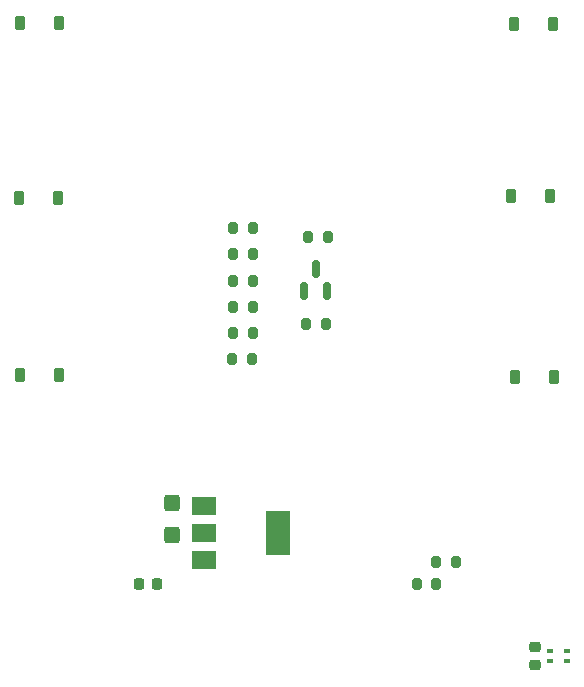
<source format=gbr>
%TF.GenerationSoftware,KiCad,Pcbnew,7.0.2*%
%TF.CreationDate,2023-04-23T19:59:56+01:00*%
%TF.ProjectId,fan-controller,66616e2d-636f-46e7-9472-6f6c6c65722e,rev?*%
%TF.SameCoordinates,Original*%
%TF.FileFunction,Paste,Top*%
%TF.FilePolarity,Positive*%
%FSLAX46Y46*%
G04 Gerber Fmt 4.6, Leading zero omitted, Abs format (unit mm)*
G04 Created by KiCad (PCBNEW 7.0.2) date 2023-04-23 19:59:56*
%MOMM*%
%LPD*%
G01*
G04 APERTURE LIST*
G04 Aperture macros list*
%AMRoundRect*
0 Rectangle with rounded corners*
0 $1 Rounding radius*
0 $2 $3 $4 $5 $6 $7 $8 $9 X,Y pos of 4 corners*
0 Add a 4 corners polygon primitive as box body*
4,1,4,$2,$3,$4,$5,$6,$7,$8,$9,$2,$3,0*
0 Add four circle primitives for the rounded corners*
1,1,$1+$1,$2,$3*
1,1,$1+$1,$4,$5*
1,1,$1+$1,$6,$7*
1,1,$1+$1,$8,$9*
0 Add four rect primitives between the rounded corners*
20,1,$1+$1,$2,$3,$4,$5,0*
20,1,$1+$1,$4,$5,$6,$7,0*
20,1,$1+$1,$6,$7,$8,$9,0*
20,1,$1+$1,$8,$9,$2,$3,0*%
G04 Aperture macros list end*
%ADD10RoundRect,0.250000X0.425000X-0.450000X0.425000X0.450000X-0.425000X0.450000X-0.425000X-0.450000X0*%
%ADD11RoundRect,0.225000X0.225000X0.250000X-0.225000X0.250000X-0.225000X-0.250000X0.225000X-0.250000X0*%
%ADD12RoundRect,0.200000X-0.200000X-0.275000X0.200000X-0.275000X0.200000X0.275000X-0.200000X0.275000X0*%
%ADD13RoundRect,0.225000X-0.225000X-0.375000X0.225000X-0.375000X0.225000X0.375000X-0.225000X0.375000X0*%
%ADD14RoundRect,0.200000X0.200000X0.275000X-0.200000X0.275000X-0.200000X-0.275000X0.200000X-0.275000X0*%
%ADD15RoundRect,0.225000X0.225000X0.375000X-0.225000X0.375000X-0.225000X-0.375000X0.225000X-0.375000X0*%
%ADD16R,0.500000X0.300000*%
%ADD17RoundRect,0.150000X0.150000X-0.587500X0.150000X0.587500X-0.150000X0.587500X-0.150000X-0.587500X0*%
%ADD18R,2.000000X1.500000*%
%ADD19R,2.000000X3.800000*%
%ADD20RoundRect,0.225000X-0.250000X0.225000X-0.250000X-0.225000X0.250000X-0.225000X0.250000X0.225000X0*%
G04 APERTURE END LIST*
D10*
%TO.C,C4*%
X36311102Y-64848734D03*
X36311102Y-62148734D03*
%TD*%
D11*
%TO.C,C3*%
X35000000Y-69000000D03*
X33450000Y-69000000D03*
%TD*%
D12*
%TO.C,R10*%
X41378176Y-50009615D03*
X43028176Y-50009615D03*
%TD*%
%TO.C,R8*%
X41474000Y-41124323D03*
X43124000Y-41124323D03*
%TD*%
D13*
%TO.C,D5*%
X23350000Y-36319623D03*
X26650000Y-36319623D03*
%TD*%
D14*
%TO.C,R4*%
X58650000Y-69000000D03*
X57000000Y-69000000D03*
%TD*%
D12*
%TO.C,R9*%
X41474000Y-43345646D03*
X43124000Y-43345646D03*
%TD*%
D14*
%TO.C,R5*%
X60295648Y-67171351D03*
X58645648Y-67171351D03*
%TD*%
D15*
%TO.C,D2*%
X68300000Y-36186988D03*
X65000000Y-36186988D03*
%TD*%
D14*
%TO.C,R3*%
X49311500Y-47027992D03*
X47661500Y-47027992D03*
%TD*%
D16*
%TO.C,U3*%
X69730258Y-75526206D03*
X69730258Y-74726206D03*
X68330258Y-74726206D03*
X68330258Y-75526206D03*
%TD*%
D13*
%TO.C,D4*%
X23380181Y-21564682D03*
X26680181Y-21564682D03*
%TD*%
D17*
%TO.C,Q1*%
X47498000Y-44196000D03*
X49398000Y-44196000D03*
X48448000Y-42321000D03*
%TD*%
D12*
%TO.C,R1*%
X41474000Y-38903000D03*
X43124000Y-38903000D03*
%TD*%
D13*
%TO.C,D6*%
X23383759Y-51295199D03*
X26683759Y-51295199D03*
%TD*%
D15*
%TO.C,D3*%
X68636195Y-51539596D03*
X65336195Y-51539596D03*
%TD*%
D12*
%TO.C,R2*%
X47824000Y-39683830D03*
X49474000Y-39683830D03*
%TD*%
%TO.C,R7*%
X41474000Y-47788292D03*
X43124000Y-47788292D03*
%TD*%
D18*
%TO.C,U2*%
X39000000Y-62400000D03*
X39000000Y-64700000D03*
D19*
X45300000Y-64700000D03*
D18*
X39000000Y-67000000D03*
%TD*%
D20*
%TO.C,C1*%
X67000000Y-74364206D03*
X67000000Y-75914206D03*
%TD*%
D15*
%TO.C,D1*%
X68565096Y-21620365D03*
X65265096Y-21620365D03*
%TD*%
D12*
%TO.C,R6*%
X41474000Y-45566969D03*
X43124000Y-45566969D03*
%TD*%
M02*

</source>
